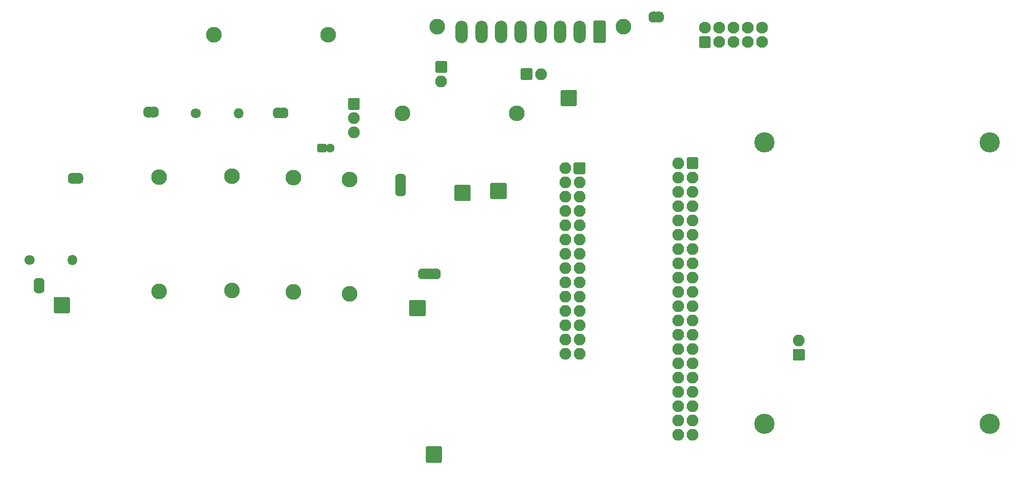
<source format=gbr>
%TF.GenerationSoftware,KiCad,Pcbnew,(5.1.9-0-10_14)*%
%TF.CreationDate,2021-02-25T13:28:52+00:00*%
%TF.ProjectId,base8x,62617365-3878-42e6-9b69-6361645f7063,rev?*%
%TF.SameCoordinates,Original*%
%TF.FileFunction,Soldermask,Top*%
%TF.FilePolarity,Negative*%
%FSLAX46Y46*%
G04 Gerber Fmt 4.6, Leading zero omitted, Abs format (unit mm)*
G04 Created by KiCad (PCBNEW (5.1.9-0-10_14)) date 2021-02-25 13:28:52*
%MOMM*%
%LPD*%
G01*
G04 APERTURE LIST*
%ADD10C,3.600000*%
%ADD11O,2.100000X2.100000*%
%ADD12O,1.800000X1.800000*%
%ADD13C,1.800000*%
%ADD14O,2.800000X2.800000*%
%ADD15C,2.800000*%
%ADD16C,2.100000*%
%ADD17C,0.100000*%
%ADD18O,2.200000X4.000000*%
%ADD19C,1.600000*%
G04 APERTURE END LIST*
D10*
%TO.C,REF\u002A\u002A*%
X-165000000Y-100000000D03*
%TD*%
%TO.C,REF\u002A\u002A*%
X-165000000Y-50000000D03*
%TD*%
%TO.C,REF\u002A\u002A*%
X-205000000Y-50000000D03*
%TD*%
%TO.C,REF\u002A\u002A*%
X-205000000Y-100000000D03*
%TD*%
D11*
%TO.C,Raspberry_header1*%
X-220360000Y-101930000D03*
X-217820000Y-101930000D03*
X-220360000Y-99390000D03*
X-217820000Y-99390000D03*
X-220360000Y-96850000D03*
X-217820000Y-96850000D03*
X-220360000Y-94310000D03*
X-217820000Y-94310000D03*
X-220360000Y-91770000D03*
X-217820000Y-91770000D03*
X-220360000Y-89230000D03*
X-217820000Y-89230000D03*
X-220360000Y-86690000D03*
X-217820000Y-86690000D03*
X-220360000Y-84150000D03*
X-217820000Y-84150000D03*
X-220360000Y-81610000D03*
X-217820000Y-81610000D03*
X-220360000Y-79070000D03*
X-217820000Y-79070000D03*
X-220360000Y-76530000D03*
X-217820000Y-76530000D03*
X-220360000Y-73990000D03*
X-217820000Y-73990000D03*
X-220360000Y-71450000D03*
X-217820000Y-71450000D03*
X-220360000Y-68910000D03*
X-217820000Y-68910000D03*
X-220360000Y-66370000D03*
X-217820000Y-66370000D03*
X-220360000Y-63830000D03*
X-217820000Y-63830000D03*
X-220360000Y-61290000D03*
X-217820000Y-61290000D03*
X-220360000Y-58750000D03*
X-217820000Y-58750000D03*
X-220360000Y-56210000D03*
X-217820000Y-56210000D03*
X-220360000Y-53670000D03*
G36*
G01*
X-218870000Y-54520000D02*
X-218870000Y-52820000D01*
G75*
G02*
X-218670000Y-52620000I200000J0D01*
G01*
X-216970000Y-52620000D01*
G75*
G02*
X-216770000Y-52820000I0J-200000D01*
G01*
X-216770000Y-54520000D01*
G75*
G02*
X-216970000Y-54720000I-200000J0D01*
G01*
X-218670000Y-54720000D01*
G75*
G02*
X-218870000Y-54520000I0J200000D01*
G01*
G37*
%TD*%
D12*
%TO.C,D2*%
X-328071640Y-70898520D03*
D13*
X-335691640Y-70898520D03*
%TD*%
D12*
%TO.C,D1*%
X-298550000Y-44800000D03*
D13*
X-306170000Y-44800000D03*
%TD*%
D14*
%TO.C,Resistor1*%
X-282550000Y-30810000D03*
D15*
X-302870000Y-30810000D03*
%TD*%
D14*
%TO.C,R5*%
X-249021600Y-44780200D03*
D15*
X-269341600Y-44780200D03*
%TD*%
D14*
%TO.C,R4*%
X-299690000Y-55970000D03*
D15*
X-299690000Y-76290000D03*
%TD*%
D14*
%TO.C,R3*%
X-278810000Y-56580000D03*
D15*
X-278810000Y-76900000D03*
%TD*%
D14*
%TO.C,R2*%
X-312650000Y-56200000D03*
D15*
X-312650000Y-76520000D03*
%TD*%
D14*
%TO.C,R1*%
X-288790000Y-56280000D03*
D15*
X-288790000Y-76600000D03*
%TD*%
%TO.C,TP5*%
G36*
G01*
X-268170000Y-80690000D02*
X-268170000Y-78190000D01*
G75*
G02*
X-267970000Y-77990000I200000J0D01*
G01*
X-265470000Y-77990000D01*
G75*
G02*
X-265270000Y-78190000I0J-200000D01*
G01*
X-265270000Y-80690000D01*
G75*
G02*
X-265470000Y-80890000I-200000J0D01*
G01*
X-267970000Y-80890000D01*
G75*
G02*
X-268170000Y-80690000I0J200000D01*
G01*
G37*
%TD*%
%TO.C,TP4*%
G36*
G01*
X-331386000Y-80180000D02*
X-331386000Y-77680000D01*
G75*
G02*
X-331186000Y-77480000I200000J0D01*
G01*
X-328686000Y-77480000D01*
G75*
G02*
X-328486000Y-77680000I0J-200000D01*
G01*
X-328486000Y-80180000D01*
G75*
G02*
X-328686000Y-80380000I-200000J0D01*
G01*
X-331186000Y-80380000D01*
G75*
G02*
X-331386000Y-80180000I0J200000D01*
G01*
G37*
%TD*%
%TO.C,TP3*%
G36*
G01*
X-253770000Y-59890000D02*
X-253770000Y-57390000D01*
G75*
G02*
X-253570000Y-57190000I200000J0D01*
G01*
X-251070000Y-57190000D01*
G75*
G02*
X-250870000Y-57390000I0J-200000D01*
G01*
X-250870000Y-59890000D01*
G75*
G02*
X-251070000Y-60090000I-200000J0D01*
G01*
X-253570000Y-60090000D01*
G75*
G02*
X-253770000Y-59890000I0J200000D01*
G01*
G37*
%TD*%
%TO.C,TP2*%
G36*
G01*
X-260140000Y-60230000D02*
X-260140000Y-57730000D01*
G75*
G02*
X-259940000Y-57530000I200000J0D01*
G01*
X-257440000Y-57530000D01*
G75*
G02*
X-257240000Y-57730000I0J-200000D01*
G01*
X-257240000Y-60230000D01*
G75*
G02*
X-257440000Y-60430000I-200000J0D01*
G01*
X-259940000Y-60430000D01*
G75*
G02*
X-260140000Y-60230000I0J200000D01*
G01*
G37*
%TD*%
%TO.C,J1*%
G36*
G01*
X-214879423Y-33206400D02*
X-216361777Y-33206400D01*
G75*
G02*
X-216670600Y-32897577I0J308823D01*
G01*
X-216670600Y-31415223D01*
G75*
G02*
X-216361777Y-31106400I308823J0D01*
G01*
X-214879423Y-31106400D01*
G75*
G02*
X-214570600Y-31415223I0J-308823D01*
G01*
X-214570600Y-32897577D01*
G75*
G02*
X-214879423Y-33206400I-308823J0D01*
G01*
G37*
D16*
X-213080600Y-32156400D03*
X-210540600Y-32156400D03*
X-208000600Y-32156400D03*
X-205460600Y-32156400D03*
X-215620600Y-29616400D03*
X-213080600Y-29616400D03*
X-210540600Y-29616400D03*
X-208000600Y-29616400D03*
X-205460600Y-29616400D03*
%TD*%
D17*
%TO.C,J2*%
G36*
X-265315482Y-72421743D02*
G01*
X-265277963Y-72433124D01*
X-265243386Y-72451606D01*
X-265213079Y-72476479D01*
X-265188206Y-72506786D01*
X-265169724Y-72541363D01*
X-265158343Y-72578882D01*
X-265154500Y-72617900D01*
X-265154500Y-74117900D01*
X-265158343Y-74156918D01*
X-265169724Y-74194437D01*
X-265188206Y-74229014D01*
X-265213079Y-74259321D01*
X-265243386Y-74284194D01*
X-265277963Y-74302676D01*
X-265315482Y-74314057D01*
X-265354500Y-74317900D01*
X-265904500Y-74317900D01*
X-265910612Y-74317298D01*
X-265929034Y-74317298D01*
X-265948640Y-74316335D01*
X-265997471Y-74311525D01*
X-266016880Y-74308646D01*
X-266065005Y-74299074D01*
X-266084048Y-74294304D01*
X-266131003Y-74280060D01*
X-266149480Y-74273449D01*
X-266194813Y-74254672D01*
X-266212561Y-74246277D01*
X-266255834Y-74223146D01*
X-266272662Y-74213060D01*
X-266313461Y-74185800D01*
X-266329230Y-74174105D01*
X-266367159Y-74142977D01*
X-266381700Y-74129797D01*
X-266416397Y-74095100D01*
X-266429577Y-74080559D01*
X-266460705Y-74042630D01*
X-266472400Y-74026861D01*
X-266499660Y-73986062D01*
X-266509746Y-73969234D01*
X-266532877Y-73925961D01*
X-266541272Y-73908213D01*
X-266560049Y-73862880D01*
X-266566660Y-73844403D01*
X-266580904Y-73797448D01*
X-266585674Y-73778405D01*
X-266595246Y-73730280D01*
X-266598125Y-73710871D01*
X-266602935Y-73662040D01*
X-266603898Y-73642434D01*
X-266603898Y-73624012D01*
X-266604500Y-73617900D01*
X-266604500Y-73117900D01*
X-266603898Y-73111788D01*
X-266603898Y-73093366D01*
X-266602935Y-73073760D01*
X-266598125Y-73024929D01*
X-266595246Y-73005520D01*
X-266585674Y-72957395D01*
X-266580904Y-72938352D01*
X-266566660Y-72891397D01*
X-266560049Y-72872920D01*
X-266541272Y-72827587D01*
X-266532877Y-72809839D01*
X-266509746Y-72766566D01*
X-266499660Y-72749738D01*
X-266472400Y-72708939D01*
X-266460705Y-72693170D01*
X-266429577Y-72655241D01*
X-266416397Y-72640700D01*
X-266381700Y-72606003D01*
X-266367159Y-72592823D01*
X-266329230Y-72561695D01*
X-266313461Y-72550000D01*
X-266272662Y-72522740D01*
X-266255834Y-72512654D01*
X-266212561Y-72489523D01*
X-266194813Y-72481128D01*
X-266149480Y-72462351D01*
X-266131003Y-72455740D01*
X-266084048Y-72441496D01*
X-266065005Y-72436726D01*
X-266016880Y-72427154D01*
X-265997471Y-72424275D01*
X-265948640Y-72419465D01*
X-265929034Y-72418502D01*
X-265910612Y-72418502D01*
X-265904500Y-72417900D01*
X-265354500Y-72417900D01*
X-265315482Y-72421743D01*
G37*
G36*
X-263298388Y-72418502D02*
G01*
X-263279966Y-72418502D01*
X-263260360Y-72419465D01*
X-263211529Y-72424275D01*
X-263192120Y-72427154D01*
X-263143995Y-72436726D01*
X-263124952Y-72441496D01*
X-263077997Y-72455740D01*
X-263059520Y-72462351D01*
X-263014187Y-72481128D01*
X-262996439Y-72489523D01*
X-262953166Y-72512654D01*
X-262936338Y-72522740D01*
X-262895539Y-72550000D01*
X-262879770Y-72561695D01*
X-262841841Y-72592823D01*
X-262827300Y-72606003D01*
X-262792603Y-72640700D01*
X-262779423Y-72655241D01*
X-262748295Y-72693170D01*
X-262736600Y-72708939D01*
X-262709340Y-72749738D01*
X-262699254Y-72766566D01*
X-262676123Y-72809839D01*
X-262667728Y-72827587D01*
X-262648951Y-72872920D01*
X-262642340Y-72891397D01*
X-262628096Y-72938352D01*
X-262623326Y-72957395D01*
X-262613754Y-73005520D01*
X-262610875Y-73024929D01*
X-262606065Y-73073760D01*
X-262605102Y-73093366D01*
X-262605102Y-73111788D01*
X-262604500Y-73117900D01*
X-262604500Y-73617900D01*
X-262605102Y-73624012D01*
X-262605102Y-73642434D01*
X-262606065Y-73662040D01*
X-262610875Y-73710871D01*
X-262613754Y-73730280D01*
X-262623326Y-73778405D01*
X-262628096Y-73797448D01*
X-262642340Y-73844403D01*
X-262648951Y-73862880D01*
X-262667728Y-73908213D01*
X-262676123Y-73925961D01*
X-262699254Y-73969234D01*
X-262709340Y-73986062D01*
X-262736600Y-74026861D01*
X-262748295Y-74042630D01*
X-262779423Y-74080559D01*
X-262792603Y-74095100D01*
X-262827300Y-74129797D01*
X-262841841Y-74142977D01*
X-262879770Y-74174105D01*
X-262895539Y-74185800D01*
X-262936338Y-74213060D01*
X-262953166Y-74223146D01*
X-262996439Y-74246277D01*
X-263014187Y-74254672D01*
X-263059520Y-74273449D01*
X-263077997Y-74280060D01*
X-263124952Y-74294304D01*
X-263143995Y-74299074D01*
X-263192120Y-74308646D01*
X-263211529Y-74311525D01*
X-263260360Y-74316335D01*
X-263279966Y-74317298D01*
X-263298388Y-74317298D01*
X-263304500Y-74317900D01*
X-263854500Y-74317900D01*
X-263893518Y-74314057D01*
X-263931037Y-74302676D01*
X-263965614Y-74284194D01*
X-263995921Y-74259321D01*
X-264020794Y-74229014D01*
X-264039276Y-74194437D01*
X-264050657Y-74156918D01*
X-264054500Y-74117900D01*
X-264054500Y-72617900D01*
X-264050657Y-72578882D01*
X-264039276Y-72541363D01*
X-264020794Y-72506786D01*
X-263995921Y-72476479D01*
X-263965614Y-72451606D01*
X-263931037Y-72433124D01*
X-263893518Y-72421743D01*
X-263854500Y-72417900D01*
X-263304500Y-72417900D01*
X-263298388Y-72418502D01*
G37*
G36*
G01*
X-265304500Y-74117900D02*
X-265304500Y-72617900D01*
G75*
G02*
X-265104500Y-72417900I200000J0D01*
G01*
X-264104500Y-72417900D01*
G75*
G02*
X-263904500Y-72617900I0J-200000D01*
G01*
X-263904500Y-74117900D01*
G75*
G02*
X-264104500Y-74317900I-200000J0D01*
G01*
X-265104500Y-74317900D01*
G75*
G02*
X-265304500Y-74117900I0J200000D01*
G01*
G37*
%TD*%
%TO.C,J3*%
G36*
G01*
X-238960000Y-55420000D02*
X-238960000Y-53720000D01*
G75*
G02*
X-238760000Y-53520000I200000J0D01*
G01*
X-237060000Y-53520000D01*
G75*
G02*
X-236860000Y-53720000I0J-200000D01*
G01*
X-236860000Y-55420000D01*
G75*
G02*
X-237060000Y-55620000I-200000J0D01*
G01*
X-238760000Y-55620000D01*
G75*
G02*
X-238960000Y-55420000I0J200000D01*
G01*
G37*
D11*
X-240450000Y-54570000D03*
X-237910000Y-57110000D03*
X-240450000Y-57110000D03*
X-237910000Y-59650000D03*
X-240450000Y-59650000D03*
X-237910000Y-62190000D03*
X-240450000Y-62190000D03*
X-237910000Y-64730000D03*
X-240450000Y-64730000D03*
X-237910000Y-67270000D03*
X-240450000Y-67270000D03*
X-237910000Y-69810000D03*
X-240450000Y-69810000D03*
X-237910000Y-72350000D03*
X-240450000Y-72350000D03*
X-237910000Y-74890000D03*
X-240450000Y-74890000D03*
X-237910000Y-77430000D03*
X-240450000Y-77430000D03*
X-237910000Y-79970000D03*
X-240450000Y-79970000D03*
X-237910000Y-82510000D03*
X-240450000Y-82510000D03*
X-237910000Y-85050000D03*
X-240450000Y-85050000D03*
X-237910000Y-87590000D03*
X-240450000Y-87590000D03*
%TD*%
%TO.C,J4*%
G36*
G01*
X-270470000Y-56870000D02*
X-268970000Y-56870000D01*
G75*
G02*
X-268770000Y-57070000I0J-200000D01*
G01*
X-268770000Y-58070000D01*
G75*
G02*
X-268970000Y-58270000I-200000J0D01*
G01*
X-270470000Y-58270000D01*
G75*
G02*
X-270670000Y-58070000I0J200000D01*
G01*
X-270670000Y-57070000D01*
G75*
G02*
X-270470000Y-56870000I200000J0D01*
G01*
G37*
D17*
G36*
X-268770602Y-58876112D02*
G01*
X-268770602Y-58894534D01*
X-268771565Y-58914140D01*
X-268776375Y-58962971D01*
X-268779254Y-58982380D01*
X-268788826Y-59030505D01*
X-268793596Y-59049548D01*
X-268807840Y-59096503D01*
X-268814451Y-59114980D01*
X-268833228Y-59160313D01*
X-268841623Y-59178061D01*
X-268864754Y-59221334D01*
X-268874840Y-59238162D01*
X-268902100Y-59278961D01*
X-268913795Y-59294730D01*
X-268944923Y-59332659D01*
X-268958103Y-59347200D01*
X-268992800Y-59381897D01*
X-269007341Y-59395077D01*
X-269045270Y-59426205D01*
X-269061039Y-59437900D01*
X-269101838Y-59465160D01*
X-269118666Y-59475246D01*
X-269161939Y-59498377D01*
X-269179687Y-59506772D01*
X-269225020Y-59525549D01*
X-269243497Y-59532160D01*
X-269290452Y-59546404D01*
X-269309495Y-59551174D01*
X-269357620Y-59560746D01*
X-269377029Y-59563625D01*
X-269425860Y-59568435D01*
X-269445466Y-59569398D01*
X-269463888Y-59569398D01*
X-269470000Y-59570000D01*
X-269970000Y-59570000D01*
X-269976112Y-59569398D01*
X-269994534Y-59569398D01*
X-270014140Y-59568435D01*
X-270062971Y-59563625D01*
X-270082380Y-59560746D01*
X-270130505Y-59551174D01*
X-270149548Y-59546404D01*
X-270196503Y-59532160D01*
X-270214980Y-59525549D01*
X-270260313Y-59506772D01*
X-270278061Y-59498377D01*
X-270321334Y-59475246D01*
X-270338162Y-59465160D01*
X-270378961Y-59437900D01*
X-270394730Y-59426205D01*
X-270432659Y-59395077D01*
X-270447200Y-59381897D01*
X-270481897Y-59347200D01*
X-270495077Y-59332659D01*
X-270526205Y-59294730D01*
X-270537900Y-59278961D01*
X-270565160Y-59238162D01*
X-270575246Y-59221334D01*
X-270598377Y-59178061D01*
X-270606772Y-59160313D01*
X-270625549Y-59114980D01*
X-270632160Y-59096503D01*
X-270646404Y-59049548D01*
X-270651174Y-59030505D01*
X-270660746Y-58982380D01*
X-270663625Y-58962971D01*
X-270668435Y-58914140D01*
X-270669398Y-58894534D01*
X-270669398Y-58876112D01*
X-270670000Y-58870000D01*
X-270670000Y-58320000D01*
X-270666157Y-58280982D01*
X-270654776Y-58243463D01*
X-270636294Y-58208886D01*
X-270611421Y-58178579D01*
X-270581114Y-58153706D01*
X-270546537Y-58135224D01*
X-270509018Y-58123843D01*
X-270470000Y-58120000D01*
X-268970000Y-58120000D01*
X-268930982Y-58123843D01*
X-268893463Y-58135224D01*
X-268858886Y-58153706D01*
X-268828579Y-58178579D01*
X-268803706Y-58208886D01*
X-268785224Y-58243463D01*
X-268773843Y-58280982D01*
X-268770000Y-58320000D01*
X-268770000Y-58870000D01*
X-268770602Y-58876112D01*
G37*
G36*
X-268773843Y-56859018D02*
G01*
X-268785224Y-56896537D01*
X-268803706Y-56931114D01*
X-268828579Y-56961421D01*
X-268858886Y-56986294D01*
X-268893463Y-57004776D01*
X-268930982Y-57016157D01*
X-268970000Y-57020000D01*
X-270470000Y-57020000D01*
X-270509018Y-57016157D01*
X-270546537Y-57004776D01*
X-270581114Y-56986294D01*
X-270611421Y-56961421D01*
X-270636294Y-56931114D01*
X-270654776Y-56896537D01*
X-270666157Y-56859018D01*
X-270670000Y-56820000D01*
X-270670000Y-56270000D01*
X-270669398Y-56263888D01*
X-270669398Y-56245466D01*
X-270668435Y-56225860D01*
X-270663625Y-56177029D01*
X-270660746Y-56157620D01*
X-270651174Y-56109495D01*
X-270646404Y-56090452D01*
X-270632160Y-56043497D01*
X-270625549Y-56025020D01*
X-270606772Y-55979687D01*
X-270598377Y-55961939D01*
X-270575246Y-55918666D01*
X-270565160Y-55901838D01*
X-270537900Y-55861039D01*
X-270526205Y-55845270D01*
X-270495077Y-55807341D01*
X-270481897Y-55792800D01*
X-270447200Y-55758103D01*
X-270432659Y-55744923D01*
X-270394730Y-55713795D01*
X-270378961Y-55702100D01*
X-270338162Y-55674840D01*
X-270321334Y-55664754D01*
X-270278061Y-55641623D01*
X-270260313Y-55633228D01*
X-270214980Y-55614451D01*
X-270196503Y-55607840D01*
X-270149548Y-55593596D01*
X-270130505Y-55588826D01*
X-270082380Y-55579254D01*
X-270062971Y-55576375D01*
X-270014140Y-55571565D01*
X-269994534Y-55570602D01*
X-269976112Y-55570602D01*
X-269970000Y-55570000D01*
X-269470000Y-55570000D01*
X-269463888Y-55570602D01*
X-269445466Y-55570602D01*
X-269425860Y-55571565D01*
X-269377029Y-55576375D01*
X-269357620Y-55579254D01*
X-269309495Y-55588826D01*
X-269290452Y-55593596D01*
X-269243497Y-55607840D01*
X-269225020Y-55614451D01*
X-269179687Y-55633228D01*
X-269161939Y-55641623D01*
X-269118666Y-55664754D01*
X-269101838Y-55674840D01*
X-269061039Y-55702100D01*
X-269045270Y-55713795D01*
X-269007341Y-55744923D01*
X-268992800Y-55758103D01*
X-268958103Y-55792800D01*
X-268944923Y-55807341D01*
X-268913795Y-55845270D01*
X-268902100Y-55861039D01*
X-268874840Y-55901838D01*
X-268864754Y-55918666D01*
X-268841623Y-55961939D01*
X-268833228Y-55979687D01*
X-268814451Y-56025020D01*
X-268807840Y-56043497D01*
X-268793596Y-56090452D01*
X-268788826Y-56109495D01*
X-268779254Y-56157620D01*
X-268776375Y-56177029D01*
X-268771565Y-56225860D01*
X-268770602Y-56245466D01*
X-268770602Y-56263888D01*
X-268770000Y-56270000D01*
X-268770000Y-56820000D01*
X-268773843Y-56859018D01*
G37*
%TD*%
%TO.C,J9*%
G36*
G01*
X-233265800Y-28607755D02*
X-233265800Y-31996645D01*
G75*
G02*
X-233571355Y-32302200I-305555J0D01*
G01*
X-235160245Y-32302200D01*
G75*
G02*
X-235465800Y-31996645I0J305555D01*
G01*
X-235465800Y-28607755D01*
G75*
G02*
X-235160245Y-28302200I305555J0D01*
G01*
X-233571355Y-28302200D01*
G75*
G02*
X-233265800Y-28607755I0J-305555D01*
G01*
G37*
D18*
X-237865800Y-30302200D03*
X-241365800Y-30302200D03*
X-244865800Y-30302200D03*
X-248365800Y-30302200D03*
X-251865800Y-30302200D03*
X-255365800Y-30302200D03*
X-258865800Y-30302200D03*
D15*
X-230065800Y-29402200D03*
X-263165800Y-29402200D03*
%TD*%
D17*
%TO.C,JP2*%
G36*
X-314180982Y-43643843D02*
G01*
X-314143463Y-43655224D01*
X-314108886Y-43673706D01*
X-314078579Y-43698579D01*
X-314053706Y-43728886D01*
X-314035224Y-43763463D01*
X-314023843Y-43800982D01*
X-314020000Y-43840000D01*
X-314020000Y-45340000D01*
X-314023843Y-45379018D01*
X-314035224Y-45416537D01*
X-314053706Y-45451114D01*
X-314078579Y-45481421D01*
X-314108886Y-45506294D01*
X-314143463Y-45524776D01*
X-314180982Y-45536157D01*
X-314220000Y-45540000D01*
X-314720000Y-45540000D01*
X-314726112Y-45539398D01*
X-314744534Y-45539398D01*
X-314764140Y-45538435D01*
X-314812971Y-45533625D01*
X-314832380Y-45530746D01*
X-314880505Y-45521174D01*
X-314899548Y-45516404D01*
X-314946503Y-45502160D01*
X-314964980Y-45495549D01*
X-315010313Y-45476772D01*
X-315028061Y-45468377D01*
X-315071334Y-45445246D01*
X-315088162Y-45435160D01*
X-315128961Y-45407900D01*
X-315144730Y-45396205D01*
X-315182659Y-45365077D01*
X-315197200Y-45351897D01*
X-315231897Y-45317200D01*
X-315245077Y-45302659D01*
X-315276205Y-45264730D01*
X-315287900Y-45248961D01*
X-315315160Y-45208162D01*
X-315325246Y-45191334D01*
X-315348377Y-45148061D01*
X-315356772Y-45130313D01*
X-315375549Y-45084980D01*
X-315382160Y-45066503D01*
X-315396404Y-45019548D01*
X-315401174Y-45000505D01*
X-315410746Y-44952380D01*
X-315413625Y-44932971D01*
X-315418435Y-44884140D01*
X-315419398Y-44864534D01*
X-315419398Y-44846112D01*
X-315420000Y-44840000D01*
X-315420000Y-44340000D01*
X-315419398Y-44333888D01*
X-315419398Y-44315466D01*
X-315418435Y-44295860D01*
X-315413625Y-44247029D01*
X-315410746Y-44227620D01*
X-315401174Y-44179495D01*
X-315396404Y-44160452D01*
X-315382160Y-44113497D01*
X-315375549Y-44095020D01*
X-315356772Y-44049687D01*
X-315348377Y-44031939D01*
X-315325246Y-43988666D01*
X-315315160Y-43971838D01*
X-315287900Y-43931039D01*
X-315276205Y-43915270D01*
X-315245077Y-43877341D01*
X-315231897Y-43862800D01*
X-315197200Y-43828103D01*
X-315182659Y-43814923D01*
X-315144730Y-43783795D01*
X-315128961Y-43772100D01*
X-315088162Y-43744840D01*
X-315071334Y-43734754D01*
X-315028061Y-43711623D01*
X-315010313Y-43703228D01*
X-314964980Y-43684451D01*
X-314946503Y-43677840D01*
X-314899548Y-43663596D01*
X-314880505Y-43658826D01*
X-314832380Y-43649254D01*
X-314812971Y-43646375D01*
X-314764140Y-43641565D01*
X-314744534Y-43640602D01*
X-314726112Y-43640602D01*
X-314720000Y-43640000D01*
X-314220000Y-43640000D01*
X-314180982Y-43643843D01*
G37*
G36*
X-313413888Y-43640602D02*
G01*
X-313395466Y-43640602D01*
X-313375860Y-43641565D01*
X-313327029Y-43646375D01*
X-313307620Y-43649254D01*
X-313259495Y-43658826D01*
X-313240452Y-43663596D01*
X-313193497Y-43677840D01*
X-313175020Y-43684451D01*
X-313129687Y-43703228D01*
X-313111939Y-43711623D01*
X-313068666Y-43734754D01*
X-313051838Y-43744840D01*
X-313011039Y-43772100D01*
X-312995270Y-43783795D01*
X-312957341Y-43814923D01*
X-312942800Y-43828103D01*
X-312908103Y-43862800D01*
X-312894923Y-43877341D01*
X-312863795Y-43915270D01*
X-312852100Y-43931039D01*
X-312824840Y-43971838D01*
X-312814754Y-43988666D01*
X-312791623Y-44031939D01*
X-312783228Y-44049687D01*
X-312764451Y-44095020D01*
X-312757840Y-44113497D01*
X-312743596Y-44160452D01*
X-312738826Y-44179495D01*
X-312729254Y-44227620D01*
X-312726375Y-44247029D01*
X-312721565Y-44295860D01*
X-312720602Y-44315466D01*
X-312720602Y-44333888D01*
X-312720000Y-44340000D01*
X-312720000Y-44840000D01*
X-312720602Y-44846112D01*
X-312720602Y-44864534D01*
X-312721565Y-44884140D01*
X-312726375Y-44932971D01*
X-312729254Y-44952380D01*
X-312738826Y-45000505D01*
X-312743596Y-45019548D01*
X-312757840Y-45066503D01*
X-312764451Y-45084980D01*
X-312783228Y-45130313D01*
X-312791623Y-45148061D01*
X-312814754Y-45191334D01*
X-312824840Y-45208162D01*
X-312852100Y-45248961D01*
X-312863795Y-45264730D01*
X-312894923Y-45302659D01*
X-312908103Y-45317200D01*
X-312942800Y-45351897D01*
X-312957341Y-45365077D01*
X-312995270Y-45396205D01*
X-313011039Y-45407900D01*
X-313051838Y-45435160D01*
X-313068666Y-45445246D01*
X-313111939Y-45468377D01*
X-313129687Y-45476772D01*
X-313175020Y-45495549D01*
X-313193497Y-45502160D01*
X-313240452Y-45516404D01*
X-313259495Y-45521174D01*
X-313307620Y-45530746D01*
X-313327029Y-45533625D01*
X-313375860Y-45538435D01*
X-313395466Y-45539398D01*
X-313413888Y-45539398D01*
X-313420000Y-45540000D01*
X-313920000Y-45540000D01*
X-313959018Y-45536157D01*
X-313996537Y-45524776D01*
X-314031114Y-45506294D01*
X-314061421Y-45481421D01*
X-314086294Y-45451114D01*
X-314104776Y-45416537D01*
X-314116157Y-45379018D01*
X-314120000Y-45340000D01*
X-314120000Y-43840000D01*
X-314116157Y-43800982D01*
X-314104776Y-43763463D01*
X-314086294Y-43728886D01*
X-314061421Y-43698579D01*
X-314031114Y-43673706D01*
X-313996537Y-43655224D01*
X-313959018Y-43643843D01*
X-313920000Y-43640000D01*
X-313420000Y-43640000D01*
X-313413888Y-43640602D01*
G37*
%TD*%
%TO.C,JP3*%
G36*
X-290383888Y-43800602D02*
G01*
X-290365466Y-43800602D01*
X-290345860Y-43801565D01*
X-290297029Y-43806375D01*
X-290277620Y-43809254D01*
X-290229495Y-43818826D01*
X-290210452Y-43823596D01*
X-290163497Y-43837840D01*
X-290145020Y-43844451D01*
X-290099687Y-43863228D01*
X-290081939Y-43871623D01*
X-290038666Y-43894754D01*
X-290021838Y-43904840D01*
X-289981039Y-43932100D01*
X-289965270Y-43943795D01*
X-289927341Y-43974923D01*
X-289912800Y-43988103D01*
X-289878103Y-44022800D01*
X-289864923Y-44037341D01*
X-289833795Y-44075270D01*
X-289822100Y-44091039D01*
X-289794840Y-44131838D01*
X-289784754Y-44148666D01*
X-289761623Y-44191939D01*
X-289753228Y-44209687D01*
X-289734451Y-44255020D01*
X-289727840Y-44273497D01*
X-289713596Y-44320452D01*
X-289708826Y-44339495D01*
X-289699254Y-44387620D01*
X-289696375Y-44407029D01*
X-289691565Y-44455860D01*
X-289690602Y-44475466D01*
X-289690602Y-44493888D01*
X-289690000Y-44500000D01*
X-289690000Y-45000000D01*
X-289690602Y-45006112D01*
X-289690602Y-45024534D01*
X-289691565Y-45044140D01*
X-289696375Y-45092971D01*
X-289699254Y-45112380D01*
X-289708826Y-45160505D01*
X-289713596Y-45179548D01*
X-289727840Y-45226503D01*
X-289734451Y-45244980D01*
X-289753228Y-45290313D01*
X-289761623Y-45308061D01*
X-289784754Y-45351334D01*
X-289794840Y-45368162D01*
X-289822100Y-45408961D01*
X-289833795Y-45424730D01*
X-289864923Y-45462659D01*
X-289878103Y-45477200D01*
X-289912800Y-45511897D01*
X-289927341Y-45525077D01*
X-289965270Y-45556205D01*
X-289981039Y-45567900D01*
X-290021838Y-45595160D01*
X-290038666Y-45605246D01*
X-290081939Y-45628377D01*
X-290099687Y-45636772D01*
X-290145020Y-45655549D01*
X-290163497Y-45662160D01*
X-290210452Y-45676404D01*
X-290229495Y-45681174D01*
X-290277620Y-45690746D01*
X-290297029Y-45693625D01*
X-290345860Y-45698435D01*
X-290365466Y-45699398D01*
X-290383888Y-45699398D01*
X-290390000Y-45700000D01*
X-290890000Y-45700000D01*
X-290929018Y-45696157D01*
X-290966537Y-45684776D01*
X-291001114Y-45666294D01*
X-291031421Y-45641421D01*
X-291056294Y-45611114D01*
X-291074776Y-45576537D01*
X-291086157Y-45539018D01*
X-291090000Y-45500000D01*
X-291090000Y-44000000D01*
X-291086157Y-43960982D01*
X-291074776Y-43923463D01*
X-291056294Y-43888886D01*
X-291031421Y-43858579D01*
X-291001114Y-43833706D01*
X-290966537Y-43815224D01*
X-290929018Y-43803843D01*
X-290890000Y-43800000D01*
X-290390000Y-43800000D01*
X-290383888Y-43800602D01*
G37*
G36*
X-291150982Y-43803843D02*
G01*
X-291113463Y-43815224D01*
X-291078886Y-43833706D01*
X-291048579Y-43858579D01*
X-291023706Y-43888886D01*
X-291005224Y-43923463D01*
X-290993843Y-43960982D01*
X-290990000Y-44000000D01*
X-290990000Y-45500000D01*
X-290993843Y-45539018D01*
X-291005224Y-45576537D01*
X-291023706Y-45611114D01*
X-291048579Y-45641421D01*
X-291078886Y-45666294D01*
X-291113463Y-45684776D01*
X-291150982Y-45696157D01*
X-291190000Y-45700000D01*
X-291690000Y-45700000D01*
X-291696112Y-45699398D01*
X-291714534Y-45699398D01*
X-291734140Y-45698435D01*
X-291782971Y-45693625D01*
X-291802380Y-45690746D01*
X-291850505Y-45681174D01*
X-291869548Y-45676404D01*
X-291916503Y-45662160D01*
X-291934980Y-45655549D01*
X-291980313Y-45636772D01*
X-291998061Y-45628377D01*
X-292041334Y-45605246D01*
X-292058162Y-45595160D01*
X-292098961Y-45567900D01*
X-292114730Y-45556205D01*
X-292152659Y-45525077D01*
X-292167200Y-45511897D01*
X-292201897Y-45477200D01*
X-292215077Y-45462659D01*
X-292246205Y-45424730D01*
X-292257900Y-45408961D01*
X-292285160Y-45368162D01*
X-292295246Y-45351334D01*
X-292318377Y-45308061D01*
X-292326772Y-45290313D01*
X-292345549Y-45244980D01*
X-292352160Y-45226503D01*
X-292366404Y-45179548D01*
X-292371174Y-45160505D01*
X-292380746Y-45112380D01*
X-292383625Y-45092971D01*
X-292388435Y-45044140D01*
X-292389398Y-45024534D01*
X-292389398Y-45006112D01*
X-292390000Y-45000000D01*
X-292390000Y-44500000D01*
X-292389398Y-44493888D01*
X-292389398Y-44475466D01*
X-292388435Y-44455860D01*
X-292383625Y-44407029D01*
X-292380746Y-44387620D01*
X-292371174Y-44339495D01*
X-292366404Y-44320452D01*
X-292352160Y-44273497D01*
X-292345549Y-44255020D01*
X-292326772Y-44209687D01*
X-292318377Y-44191939D01*
X-292295246Y-44148666D01*
X-292285160Y-44131838D01*
X-292257900Y-44091039D01*
X-292246205Y-44075270D01*
X-292215077Y-44037341D01*
X-292201897Y-44022800D01*
X-292167200Y-43988103D01*
X-292152659Y-43974923D01*
X-292114730Y-43943795D01*
X-292098961Y-43932100D01*
X-292058162Y-43904840D01*
X-292041334Y-43894754D01*
X-291998061Y-43871623D01*
X-291980313Y-43863228D01*
X-291934980Y-43844451D01*
X-291916503Y-43837840D01*
X-291869548Y-43823596D01*
X-291850505Y-43818826D01*
X-291802380Y-43809254D01*
X-291782971Y-43806375D01*
X-291734140Y-43801565D01*
X-291714534Y-43800602D01*
X-291696112Y-43800602D01*
X-291690000Y-43800000D01*
X-291190000Y-43800000D01*
X-291150982Y-43803843D01*
G37*
%TD*%
%TO.C,JP4*%
G36*
X-334920757Y-75548482D02*
G01*
X-334909376Y-75510963D01*
X-334890894Y-75476386D01*
X-334866021Y-75446079D01*
X-334835714Y-75421206D01*
X-334801137Y-75402724D01*
X-334763618Y-75391343D01*
X-334724600Y-75387500D01*
X-333224600Y-75387500D01*
X-333185582Y-75391343D01*
X-333148063Y-75402724D01*
X-333113486Y-75421206D01*
X-333083179Y-75446079D01*
X-333058306Y-75476386D01*
X-333039824Y-75510963D01*
X-333028443Y-75548482D01*
X-333024600Y-75587500D01*
X-333024600Y-76087500D01*
X-333025202Y-76093612D01*
X-333025202Y-76112034D01*
X-333026165Y-76131640D01*
X-333030975Y-76180471D01*
X-333033854Y-76199880D01*
X-333043426Y-76248005D01*
X-333048196Y-76267048D01*
X-333062440Y-76314003D01*
X-333069051Y-76332480D01*
X-333087828Y-76377813D01*
X-333096223Y-76395561D01*
X-333119354Y-76438834D01*
X-333129440Y-76455662D01*
X-333156700Y-76496461D01*
X-333168395Y-76512230D01*
X-333199523Y-76550159D01*
X-333212703Y-76564700D01*
X-333247400Y-76599397D01*
X-333261941Y-76612577D01*
X-333299870Y-76643705D01*
X-333315639Y-76655400D01*
X-333356438Y-76682660D01*
X-333373266Y-76692746D01*
X-333416539Y-76715877D01*
X-333434287Y-76724272D01*
X-333479620Y-76743049D01*
X-333498097Y-76749660D01*
X-333545052Y-76763904D01*
X-333564095Y-76768674D01*
X-333612220Y-76778246D01*
X-333631629Y-76781125D01*
X-333680460Y-76785935D01*
X-333700066Y-76786898D01*
X-333718488Y-76786898D01*
X-333724600Y-76787500D01*
X-334224600Y-76787500D01*
X-334230712Y-76786898D01*
X-334249134Y-76786898D01*
X-334268740Y-76785935D01*
X-334317571Y-76781125D01*
X-334336980Y-76778246D01*
X-334385105Y-76768674D01*
X-334404148Y-76763904D01*
X-334451103Y-76749660D01*
X-334469580Y-76743049D01*
X-334514913Y-76724272D01*
X-334532661Y-76715877D01*
X-334575934Y-76692746D01*
X-334592762Y-76682660D01*
X-334633561Y-76655400D01*
X-334649330Y-76643705D01*
X-334687259Y-76612577D01*
X-334701800Y-76599397D01*
X-334736497Y-76564700D01*
X-334749677Y-76550159D01*
X-334780805Y-76512230D01*
X-334792500Y-76496461D01*
X-334819760Y-76455662D01*
X-334829846Y-76438834D01*
X-334852977Y-76395561D01*
X-334861372Y-76377813D01*
X-334880149Y-76332480D01*
X-334886760Y-76314003D01*
X-334901004Y-76267048D01*
X-334905774Y-76248005D01*
X-334915346Y-76199880D01*
X-334918225Y-76180471D01*
X-334923035Y-76131640D01*
X-334923998Y-76112034D01*
X-334923998Y-76093612D01*
X-334924600Y-76087500D01*
X-334924600Y-75587500D01*
X-334920757Y-75548482D01*
G37*
G36*
X-334923998Y-74781388D02*
G01*
X-334923998Y-74762966D01*
X-334923035Y-74743360D01*
X-334918225Y-74694529D01*
X-334915346Y-74675120D01*
X-334905774Y-74626995D01*
X-334901004Y-74607952D01*
X-334886760Y-74560997D01*
X-334880149Y-74542520D01*
X-334861372Y-74497187D01*
X-334852977Y-74479439D01*
X-334829846Y-74436166D01*
X-334819760Y-74419338D01*
X-334792500Y-74378539D01*
X-334780805Y-74362770D01*
X-334749677Y-74324841D01*
X-334736497Y-74310300D01*
X-334701800Y-74275603D01*
X-334687259Y-74262423D01*
X-334649330Y-74231295D01*
X-334633561Y-74219600D01*
X-334592762Y-74192340D01*
X-334575934Y-74182254D01*
X-334532661Y-74159123D01*
X-334514913Y-74150728D01*
X-334469580Y-74131951D01*
X-334451103Y-74125340D01*
X-334404148Y-74111096D01*
X-334385105Y-74106326D01*
X-334336980Y-74096754D01*
X-334317571Y-74093875D01*
X-334268740Y-74089065D01*
X-334249134Y-74088102D01*
X-334230712Y-74088102D01*
X-334224600Y-74087500D01*
X-333724600Y-74087500D01*
X-333718488Y-74088102D01*
X-333700066Y-74088102D01*
X-333680460Y-74089065D01*
X-333631629Y-74093875D01*
X-333612220Y-74096754D01*
X-333564095Y-74106326D01*
X-333545052Y-74111096D01*
X-333498097Y-74125340D01*
X-333479620Y-74131951D01*
X-333434287Y-74150728D01*
X-333416539Y-74159123D01*
X-333373266Y-74182254D01*
X-333356438Y-74192340D01*
X-333315639Y-74219600D01*
X-333299870Y-74231295D01*
X-333261941Y-74262423D01*
X-333247400Y-74275603D01*
X-333212703Y-74310300D01*
X-333199523Y-74324841D01*
X-333168395Y-74362770D01*
X-333156700Y-74378539D01*
X-333129440Y-74419338D01*
X-333119354Y-74436166D01*
X-333096223Y-74479439D01*
X-333087828Y-74497187D01*
X-333069051Y-74542520D01*
X-333062440Y-74560997D01*
X-333048196Y-74607952D01*
X-333043426Y-74626995D01*
X-333033854Y-74675120D01*
X-333030975Y-74694529D01*
X-333026165Y-74743360D01*
X-333025202Y-74762966D01*
X-333025202Y-74781388D01*
X-333024600Y-74787500D01*
X-333024600Y-75287500D01*
X-333028443Y-75326518D01*
X-333039824Y-75364037D01*
X-333058306Y-75398614D01*
X-333083179Y-75428921D01*
X-333113486Y-75453794D01*
X-333148063Y-75472276D01*
X-333185582Y-75483657D01*
X-333224600Y-75487500D01*
X-334724600Y-75487500D01*
X-334763618Y-75483657D01*
X-334801137Y-75472276D01*
X-334835714Y-75453794D01*
X-334866021Y-75428921D01*
X-334890894Y-75398614D01*
X-334909376Y-75364037D01*
X-334920757Y-75326518D01*
X-334924600Y-75287500D01*
X-334924600Y-74787500D01*
X-334923998Y-74781388D01*
G37*
%TD*%
%TO.C,JP5*%
G36*
X-327610982Y-55423843D02*
G01*
X-327573463Y-55435224D01*
X-327538886Y-55453706D01*
X-327508579Y-55478579D01*
X-327483706Y-55508886D01*
X-327465224Y-55543463D01*
X-327453843Y-55580982D01*
X-327450000Y-55620000D01*
X-327450000Y-57120000D01*
X-327453843Y-57159018D01*
X-327465224Y-57196537D01*
X-327483706Y-57231114D01*
X-327508579Y-57261421D01*
X-327538886Y-57286294D01*
X-327573463Y-57304776D01*
X-327610982Y-57316157D01*
X-327650000Y-57320000D01*
X-328150000Y-57320000D01*
X-328156112Y-57319398D01*
X-328174534Y-57319398D01*
X-328194140Y-57318435D01*
X-328242971Y-57313625D01*
X-328262380Y-57310746D01*
X-328310505Y-57301174D01*
X-328329548Y-57296404D01*
X-328376503Y-57282160D01*
X-328394980Y-57275549D01*
X-328440313Y-57256772D01*
X-328458061Y-57248377D01*
X-328501334Y-57225246D01*
X-328518162Y-57215160D01*
X-328558961Y-57187900D01*
X-328574730Y-57176205D01*
X-328612659Y-57145077D01*
X-328627200Y-57131897D01*
X-328661897Y-57097200D01*
X-328675077Y-57082659D01*
X-328706205Y-57044730D01*
X-328717900Y-57028961D01*
X-328745160Y-56988162D01*
X-328755246Y-56971334D01*
X-328778377Y-56928061D01*
X-328786772Y-56910313D01*
X-328805549Y-56864980D01*
X-328812160Y-56846503D01*
X-328826404Y-56799548D01*
X-328831174Y-56780505D01*
X-328840746Y-56732380D01*
X-328843625Y-56712971D01*
X-328848435Y-56664140D01*
X-328849398Y-56644534D01*
X-328849398Y-56626112D01*
X-328850000Y-56620000D01*
X-328850000Y-56120000D01*
X-328849398Y-56113888D01*
X-328849398Y-56095466D01*
X-328848435Y-56075860D01*
X-328843625Y-56027029D01*
X-328840746Y-56007620D01*
X-328831174Y-55959495D01*
X-328826404Y-55940452D01*
X-328812160Y-55893497D01*
X-328805549Y-55875020D01*
X-328786772Y-55829687D01*
X-328778377Y-55811939D01*
X-328755246Y-55768666D01*
X-328745160Y-55751838D01*
X-328717900Y-55711039D01*
X-328706205Y-55695270D01*
X-328675077Y-55657341D01*
X-328661897Y-55642800D01*
X-328627200Y-55608103D01*
X-328612659Y-55594923D01*
X-328574730Y-55563795D01*
X-328558961Y-55552100D01*
X-328518162Y-55524840D01*
X-328501334Y-55514754D01*
X-328458061Y-55491623D01*
X-328440313Y-55483228D01*
X-328394980Y-55464451D01*
X-328376503Y-55457840D01*
X-328329548Y-55443596D01*
X-328310505Y-55438826D01*
X-328262380Y-55429254D01*
X-328242971Y-55426375D01*
X-328194140Y-55421565D01*
X-328174534Y-55420602D01*
X-328156112Y-55420602D01*
X-328150000Y-55420000D01*
X-327650000Y-55420000D01*
X-327610982Y-55423843D01*
G37*
G36*
X-326843888Y-55420602D02*
G01*
X-326825466Y-55420602D01*
X-326805860Y-55421565D01*
X-326757029Y-55426375D01*
X-326737620Y-55429254D01*
X-326689495Y-55438826D01*
X-326670452Y-55443596D01*
X-326623497Y-55457840D01*
X-326605020Y-55464451D01*
X-326559687Y-55483228D01*
X-326541939Y-55491623D01*
X-326498666Y-55514754D01*
X-326481838Y-55524840D01*
X-326441039Y-55552100D01*
X-326425270Y-55563795D01*
X-326387341Y-55594923D01*
X-326372800Y-55608103D01*
X-326338103Y-55642800D01*
X-326324923Y-55657341D01*
X-326293795Y-55695270D01*
X-326282100Y-55711039D01*
X-326254840Y-55751838D01*
X-326244754Y-55768666D01*
X-326221623Y-55811939D01*
X-326213228Y-55829687D01*
X-326194451Y-55875020D01*
X-326187840Y-55893497D01*
X-326173596Y-55940452D01*
X-326168826Y-55959495D01*
X-326159254Y-56007620D01*
X-326156375Y-56027029D01*
X-326151565Y-56075860D01*
X-326150602Y-56095466D01*
X-326150602Y-56113888D01*
X-326150000Y-56120000D01*
X-326150000Y-56620000D01*
X-326150602Y-56626112D01*
X-326150602Y-56644534D01*
X-326151565Y-56664140D01*
X-326156375Y-56712971D01*
X-326159254Y-56732380D01*
X-326168826Y-56780505D01*
X-326173596Y-56799548D01*
X-326187840Y-56846503D01*
X-326194451Y-56864980D01*
X-326213228Y-56910313D01*
X-326221623Y-56928061D01*
X-326244754Y-56971334D01*
X-326254840Y-56988162D01*
X-326282100Y-57028961D01*
X-326293795Y-57044730D01*
X-326324923Y-57082659D01*
X-326338103Y-57097200D01*
X-326372800Y-57131897D01*
X-326387341Y-57145077D01*
X-326425270Y-57176205D01*
X-326441039Y-57187900D01*
X-326481838Y-57215160D01*
X-326498666Y-57225246D01*
X-326541939Y-57248377D01*
X-326559687Y-57256772D01*
X-326605020Y-57275549D01*
X-326623497Y-57282160D01*
X-326670452Y-57296404D01*
X-326689495Y-57301174D01*
X-326737620Y-57310746D01*
X-326757029Y-57313625D01*
X-326805860Y-57318435D01*
X-326825466Y-57319398D01*
X-326843888Y-57319398D01*
X-326850000Y-57320000D01*
X-327350000Y-57320000D01*
X-327389018Y-57316157D01*
X-327426537Y-57304776D01*
X-327461114Y-57286294D01*
X-327491421Y-57261421D01*
X-327516294Y-57231114D01*
X-327534776Y-57196537D01*
X-327546157Y-57159018D01*
X-327550000Y-57120000D01*
X-327550000Y-55620000D01*
X-327546157Y-55580982D01*
X-327534776Y-55543463D01*
X-327516294Y-55508886D01*
X-327491421Y-55478579D01*
X-327461114Y-55453706D01*
X-327426537Y-55435224D01*
X-327389018Y-55423843D01*
X-327350000Y-55420000D01*
X-326850000Y-55420000D01*
X-326843888Y-55420602D01*
G37*
%TD*%
%TO.C,JP6*%
G36*
X-224938112Y-28635398D02*
G01*
X-224956534Y-28635398D01*
X-224976140Y-28634435D01*
X-225024971Y-28629625D01*
X-225044380Y-28626746D01*
X-225092505Y-28617174D01*
X-225111548Y-28612404D01*
X-225158503Y-28598160D01*
X-225176980Y-28591549D01*
X-225222313Y-28572772D01*
X-225240061Y-28564377D01*
X-225283334Y-28541246D01*
X-225300162Y-28531160D01*
X-225340961Y-28503900D01*
X-225356730Y-28492205D01*
X-225394659Y-28461077D01*
X-225409200Y-28447897D01*
X-225443897Y-28413200D01*
X-225457077Y-28398659D01*
X-225488205Y-28360730D01*
X-225499900Y-28344961D01*
X-225527160Y-28304162D01*
X-225537246Y-28287334D01*
X-225560377Y-28244061D01*
X-225568772Y-28226313D01*
X-225587549Y-28180980D01*
X-225594160Y-28162503D01*
X-225608404Y-28115548D01*
X-225613174Y-28096505D01*
X-225622746Y-28048380D01*
X-225625625Y-28028971D01*
X-225630435Y-27980140D01*
X-225631398Y-27960534D01*
X-225631398Y-27942112D01*
X-225632000Y-27936000D01*
X-225632000Y-27436000D01*
X-225631398Y-27429888D01*
X-225631398Y-27411466D01*
X-225630435Y-27391860D01*
X-225625625Y-27343029D01*
X-225622746Y-27323620D01*
X-225613174Y-27275495D01*
X-225608404Y-27256452D01*
X-225594160Y-27209497D01*
X-225587549Y-27191020D01*
X-225568772Y-27145687D01*
X-225560377Y-27127939D01*
X-225537246Y-27084666D01*
X-225527160Y-27067838D01*
X-225499900Y-27027039D01*
X-225488205Y-27011270D01*
X-225457077Y-26973341D01*
X-225443897Y-26958800D01*
X-225409200Y-26924103D01*
X-225394659Y-26910923D01*
X-225356730Y-26879795D01*
X-225340961Y-26868100D01*
X-225300162Y-26840840D01*
X-225283334Y-26830754D01*
X-225240061Y-26807623D01*
X-225222313Y-26799228D01*
X-225176980Y-26780451D01*
X-225158503Y-26773840D01*
X-225111548Y-26759596D01*
X-225092505Y-26754826D01*
X-225044380Y-26745254D01*
X-225024971Y-26742375D01*
X-224976140Y-26737565D01*
X-224956534Y-26736602D01*
X-224938112Y-26736602D01*
X-224932000Y-26736000D01*
X-224432000Y-26736000D01*
X-224392982Y-26739843D01*
X-224355463Y-26751224D01*
X-224320886Y-26769706D01*
X-224290579Y-26794579D01*
X-224265706Y-26824886D01*
X-224247224Y-26859463D01*
X-224235843Y-26896982D01*
X-224232000Y-26936000D01*
X-224232000Y-28436000D01*
X-224235843Y-28475018D01*
X-224247224Y-28512537D01*
X-224265706Y-28547114D01*
X-224290579Y-28577421D01*
X-224320886Y-28602294D01*
X-224355463Y-28620776D01*
X-224392982Y-28632157D01*
X-224432000Y-28636000D01*
X-224932000Y-28636000D01*
X-224938112Y-28635398D01*
G37*
G36*
X-224171018Y-28632157D02*
G01*
X-224208537Y-28620776D01*
X-224243114Y-28602294D01*
X-224273421Y-28577421D01*
X-224298294Y-28547114D01*
X-224316776Y-28512537D01*
X-224328157Y-28475018D01*
X-224332000Y-28436000D01*
X-224332000Y-26936000D01*
X-224328157Y-26896982D01*
X-224316776Y-26859463D01*
X-224298294Y-26824886D01*
X-224273421Y-26794579D01*
X-224243114Y-26769706D01*
X-224208537Y-26751224D01*
X-224171018Y-26739843D01*
X-224132000Y-26736000D01*
X-223632000Y-26736000D01*
X-223625888Y-26736602D01*
X-223607466Y-26736602D01*
X-223587860Y-26737565D01*
X-223539029Y-26742375D01*
X-223519620Y-26745254D01*
X-223471495Y-26754826D01*
X-223452452Y-26759596D01*
X-223405497Y-26773840D01*
X-223387020Y-26780451D01*
X-223341687Y-26799228D01*
X-223323939Y-26807623D01*
X-223280666Y-26830754D01*
X-223263838Y-26840840D01*
X-223223039Y-26868100D01*
X-223207270Y-26879795D01*
X-223169341Y-26910923D01*
X-223154800Y-26924103D01*
X-223120103Y-26958800D01*
X-223106923Y-26973341D01*
X-223075795Y-27011270D01*
X-223064100Y-27027039D01*
X-223036840Y-27067838D01*
X-223026754Y-27084666D01*
X-223003623Y-27127939D01*
X-222995228Y-27145687D01*
X-222976451Y-27191020D01*
X-222969840Y-27209497D01*
X-222955596Y-27256452D01*
X-222950826Y-27275495D01*
X-222941254Y-27323620D01*
X-222938375Y-27343029D01*
X-222933565Y-27391860D01*
X-222932602Y-27411466D01*
X-222932602Y-27429888D01*
X-222932000Y-27436000D01*
X-222932000Y-27936000D01*
X-222932602Y-27942112D01*
X-222932602Y-27960534D01*
X-222933565Y-27980140D01*
X-222938375Y-28028971D01*
X-222941254Y-28048380D01*
X-222950826Y-28096505D01*
X-222955596Y-28115548D01*
X-222969840Y-28162503D01*
X-222976451Y-28180980D01*
X-222995228Y-28226313D01*
X-223003623Y-28244061D01*
X-223026754Y-28287334D01*
X-223036840Y-28304162D01*
X-223064100Y-28344961D01*
X-223075795Y-28360730D01*
X-223106923Y-28398659D01*
X-223120103Y-28413200D01*
X-223154800Y-28447897D01*
X-223169341Y-28461077D01*
X-223207270Y-28492205D01*
X-223223039Y-28503900D01*
X-223263838Y-28531160D01*
X-223280666Y-28541246D01*
X-223323939Y-28564377D01*
X-223341687Y-28572772D01*
X-223387020Y-28591549D01*
X-223405497Y-28598160D01*
X-223452452Y-28612404D01*
X-223471495Y-28617174D01*
X-223519620Y-28626746D01*
X-223539029Y-28629625D01*
X-223587860Y-28634435D01*
X-223607466Y-28635398D01*
X-223625888Y-28635398D01*
X-223632000Y-28636000D01*
X-224132000Y-28636000D01*
X-224171018Y-28632157D01*
G37*
%TD*%
D11*
%TO.C,P3*%
X-262500000Y-39120000D03*
G36*
G01*
X-263550000Y-37430000D02*
X-263550000Y-35730000D01*
G75*
G02*
X-263350000Y-35530000I200000J0D01*
G01*
X-261650000Y-35530000D01*
G75*
G02*
X-261450000Y-35730000I0J-200000D01*
G01*
X-261450000Y-37430000D01*
G75*
G02*
X-261650000Y-37630000I-200000J0D01*
G01*
X-263350000Y-37630000D01*
G75*
G02*
X-263550000Y-37430000I0J200000D01*
G01*
G37*
%TD*%
%TO.C,P4*%
G36*
G01*
X-246450000Y-38890000D02*
X-248150000Y-38890000D01*
G75*
G02*
X-248350000Y-38690000I0J200000D01*
G01*
X-248350000Y-36990000D01*
G75*
G02*
X-248150000Y-36790000I200000J0D01*
G01*
X-246450000Y-36790000D01*
G75*
G02*
X-246250000Y-36990000I0J-200000D01*
G01*
X-246250000Y-38690000D01*
G75*
G02*
X-246450000Y-38890000I-200000J0D01*
G01*
G37*
X-244760000Y-37840000D03*
%TD*%
%TO.C,Temp_sensor1*%
G36*
G01*
X-279070000Y-44000000D02*
X-279070000Y-42300000D01*
G75*
G02*
X-278870000Y-42100000I200000J0D01*
G01*
X-277170000Y-42100000D01*
G75*
G02*
X-276970000Y-42300000I0J-200000D01*
G01*
X-276970000Y-44000000D01*
G75*
G02*
X-277170000Y-44200000I-200000J0D01*
G01*
X-278870000Y-44200000D01*
G75*
G02*
X-279070000Y-44000000I0J200000D01*
G01*
G37*
X-278020000Y-45690000D03*
X-278020000Y-48230000D03*
%TD*%
%TO.C,TP1*%
G36*
G01*
X-265230000Y-106730000D02*
X-265230000Y-104230000D01*
G75*
G02*
X-265030000Y-104030000I200000J0D01*
G01*
X-262530000Y-104030000D01*
G75*
G02*
X-262330000Y-104230000I0J-200000D01*
G01*
X-262330000Y-106730000D01*
G75*
G02*
X-262530000Y-106930000I-200000J0D01*
G01*
X-265030000Y-106930000D01*
G75*
G02*
X-265230000Y-106730000I0J200000D01*
G01*
G37*
%TD*%
%TO.C,TP6*%
G36*
G01*
X-241260000Y-43330000D02*
X-241260000Y-40830000D01*
G75*
G02*
X-241060000Y-40630000I200000J0D01*
G01*
X-238560000Y-40630000D01*
G75*
G02*
X-238360000Y-40830000I0J-200000D01*
G01*
X-238360000Y-43330000D01*
G75*
G02*
X-238560000Y-43530000I-200000J0D01*
G01*
X-241060000Y-43530000D01*
G75*
G02*
X-241260000Y-43330000I0J200000D01*
G01*
G37*
%TD*%
%TO.C,C1*%
G36*
G01*
X-284518000Y-51603200D02*
X-284518000Y-50403200D01*
G75*
G02*
X-284318000Y-50203200I200000J0D01*
G01*
X-283118000Y-50203200D01*
G75*
G02*
X-282918000Y-50403200I0J-200000D01*
G01*
X-282918000Y-51603200D01*
G75*
G02*
X-283118000Y-51803200I-200000J0D01*
G01*
X-284318000Y-51803200D01*
G75*
G02*
X-284518000Y-51603200I0J200000D01*
G01*
G37*
D19*
X-282218000Y-51003200D03*
%TD*%
%TO.C,J5*%
G36*
G01*
X-197880000Y-86900000D02*
X-197880000Y-88600000D01*
G75*
G02*
X-198080000Y-88800000I-200000J0D01*
G01*
X-199780000Y-88800000D01*
G75*
G02*
X-199980000Y-88600000I0J200000D01*
G01*
X-199980000Y-86900000D01*
G75*
G02*
X-199780000Y-86700000I200000J0D01*
G01*
X-198080000Y-86700000D01*
G75*
G02*
X-197880000Y-86900000I0J-200000D01*
G01*
G37*
D11*
X-198930000Y-85210000D03*
%TD*%
M02*

</source>
